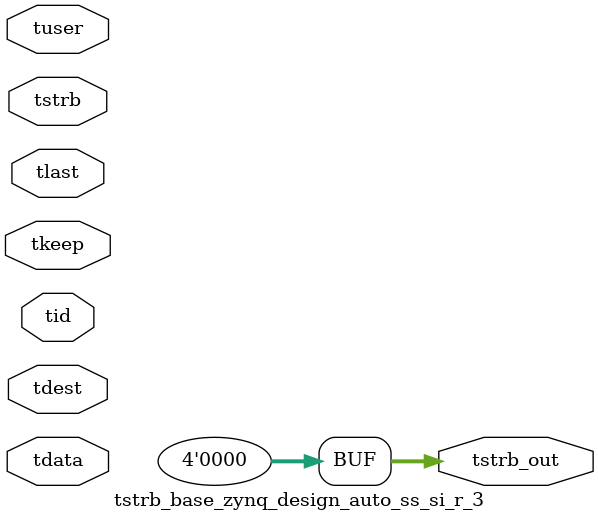
<source format=v>


`timescale 1ps/1ps

module tstrb_base_zynq_design_auto_ss_si_r_3 #
(
parameter C_S_AXIS_TDATA_WIDTH = 32,
parameter C_S_AXIS_TUSER_WIDTH = 0,
parameter C_S_AXIS_TID_WIDTH   = 0,
parameter C_S_AXIS_TDEST_WIDTH = 0,
parameter C_M_AXIS_TDATA_WIDTH = 32
)
(
input  [(C_S_AXIS_TDATA_WIDTH == 0 ? 1 : C_S_AXIS_TDATA_WIDTH)-1:0     ] tdata,
input  [(C_S_AXIS_TUSER_WIDTH == 0 ? 1 : C_S_AXIS_TUSER_WIDTH)-1:0     ] tuser,
input  [(C_S_AXIS_TID_WIDTH   == 0 ? 1 : C_S_AXIS_TID_WIDTH)-1:0       ] tid,
input  [(C_S_AXIS_TDEST_WIDTH == 0 ? 1 : C_S_AXIS_TDEST_WIDTH)-1:0     ] tdest,
input  [(C_S_AXIS_TDATA_WIDTH/8)-1:0 ] tkeep,
input  [(C_S_AXIS_TDATA_WIDTH/8)-1:0 ] tstrb,
input                                                                    tlast,
output [(C_M_AXIS_TDATA_WIDTH/8)-1:0 ] tstrb_out
);

assign tstrb_out = {1'b0};

endmodule


</source>
